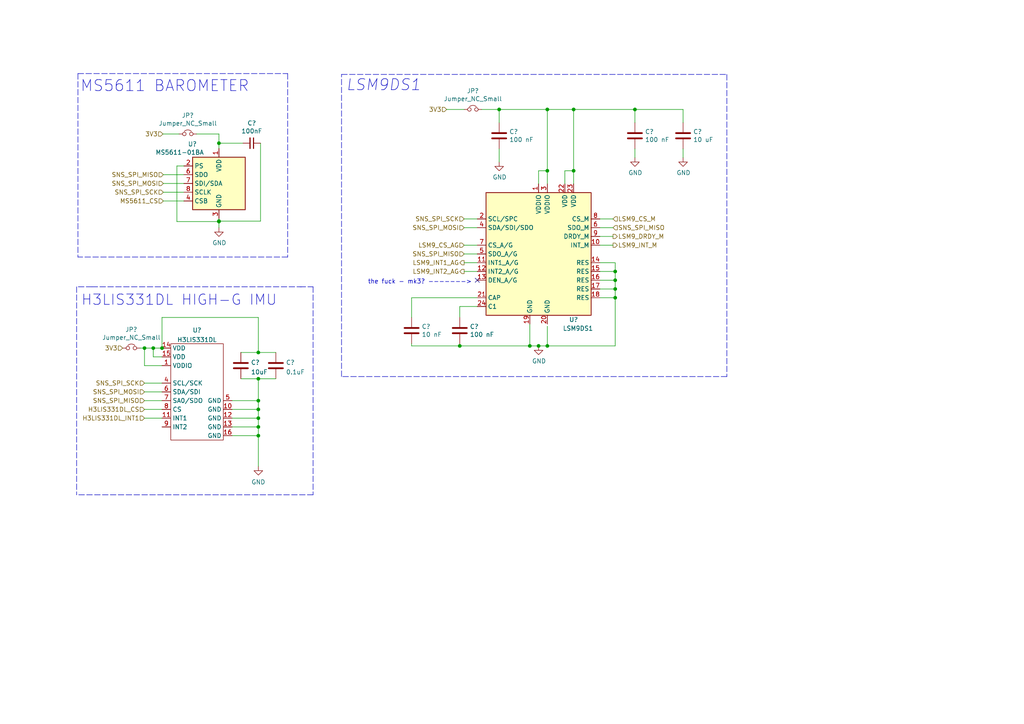
<source format=kicad_sch>
(kicad_sch (version 20211123) (generator eeschema)
  (paper "A4")
  (lib_symbols
    (symbol "Device:C" (pin_numbers hide) (pin_names (offset 0.254))
      (property "Reference" "C" (at 0.635 2.54 0))
      (property "Value" "C" (at 0.635 -2.54 0))
      (symbol "C_0_1"
        (polyline (pts (xy -2.032 -0.762) (xy 2.032 -0.762)) (stroke (width 0.508)))
        (polyline (pts (xy -2.032 0.762) (xy 2.032 0.762)) (stroke (width 0.508)))
      )
      (symbol "C_1_1"
        (pin passive line (at 0 3.81 270) (length 2.794) (name "~") (number "1"))
        (pin passive line (at 0 -3.81 90) (length 2.794) (name "~") (number "2"))
      )
    )
    (symbol "Device:C_Small" (pin_numbers hide) (pin_names (offset 0.254) hide)
      (property "Reference" "C" (at 0.254 1.778 0))
      (property "Value" "C_Small" (at 0.254 -2.032 0))
      (symbol "C_Small_0_1"
        (polyline (pts (xy -1.524 -0.508) (xy 1.524 -0.508)) (stroke (width 0.3302)))
        (polyline (pts (xy -1.524 0.508) (xy 1.524 0.508)) (stroke (width 0.3048)))
      )
      (symbol "C_Small_1_1"
        (pin passive line (at 0 2.54 270) (length 2.032) (name "~") (number "1"))
        (pin passive line (at 0 -2.54 90) (length 2.032) (name "~") (number "2"))
      )
    )
    (symbol "Device:Jumper_NC_Small" (pin_numbers hide) (pin_names (offset 0.762) hide)
      (property "Reference" "JP" (at 0 2.032 0))
      (property "Value" "Device_Jumper_NC_Small" (at 0.254 -1.524 0))
      (symbol "Jumper_NC_Small_0_1"
        (circle (center -1.016 0) (radius 0.508))
        (circle (center 1.016 0) (radius 0.508))
        (arc (start 1.016 0.762) (mid 0 1.1828) (end -1.016 0.762))
        (pin passive line (at -2.54 0 0) (length 1.016) (name "1") (number "1"))
        (pin passive line (at 2.54 0 180) (length 1.016) (name "2") (number "2"))
      )
    )
    (symbol "H3LIS331DL:H3LIS331DL"
      (property "Reference" "U" (at 0 16.51 0))
      (property "Value" "H3LIS331DL" (at 0 -13.97 0))
      (symbol "H3LIS331DL_0_1"
        (rectangle (start -7.62 15.24) (end 7.62 -12.7) (stroke (width 0.1524)))
      )
      (symbol "H3LIS331DL_1_1"
        (pin power_in line (at -10.16 8.89 0) (length 2.54) (name "VDDIO") (number "1"))
        (pin power_out line (at 10.16 -3.81 180) (length 2.54) (name "GND") (number "10"))
        (pin output line (at -10.16 -6.35 0) (length 2.54) (name "INT1") (number "11"))
        (pin power_out line (at 10.16 -6.35 180) (length 2.54) (name "GND") (number "12"))
        (pin power_out line (at 10.16 -8.89 180) (length 2.54) (name "GND") (number "13"))
        (pin power_in line (at -10.16 13.97 0) (length 2.54) (name "VDD") (number "14"))
        (pin power_in line (at -10.16 11.43 0) (length 2.54) (name "VDD") (number "15"))
        (pin power_out line (at 10.16 -11.43 180) (length 2.54) (name "GND") (number "16"))
        (pin input line (at -10.16 3.81 0) (length 2.54) (name "SCL/SCK") (number "4"))
        (pin power_out line (at 10.16 -1.27 180) (length 2.54) (name "GND") (number "5"))
        (pin input line (at -10.16 1.27 0) (length 2.54) (name "SDA/SDI") (number "6"))
        (pin output line (at -10.16 -1.27 0) (length 2.54) (name "SA0/SDO") (number "7"))
        (pin output line (at -10.16 -3.81 0) (length 2.54) (name "CS") (number "8"))
        (pin output line (at -10.16 -8.89 0) (length 2.54) (name "INT2") (number "9"))
      )
    )
    (symbol "Sensor_Motion:LSM9DS1"
      (property "Reference" "U" (at -15.24 21.59 0))
      (property "Value" "LSM9DS1" (at -15.24 19.05 0))
      (symbol "LSM9DS1_0_1"
        (rectangle (start -15.24 17.78) (end 15.24 -17.78) (stroke (width 0.254)) (fill (type background)))
      )
      (symbol "LSM9DS1_1_1"
        (pin power_in line (at 0 20.32 270) (length 2.54) (name "VDDIO") (number "1"))
        (pin output line (at 17.78 2.54 180) (length 2.54) (name "INT_M") (number "10"))
        (pin output line (at -17.78 -2.54 0) (length 2.54) (name "INT1_A/G") (number "11"))
        (pin output line (at -17.78 -5.08 0) (length 2.54) (name "INT2_A/G") (number "12"))
        (pin input line (at -17.78 -7.62 0) (length 2.54) (name "DEN_A/G") (number "13"))
        (pin bidirectional line (at 17.78 -2.54 180) (length 2.54) (name "RES") (number "14"))
        (pin bidirectional line (at 17.78 -5.08 180) (length 2.54) (name "RES") (number "15"))
        (pin bidirectional line (at 17.78 -7.62 180) (length 2.54) (name "RES") (number "16"))
        (pin bidirectional line (at 17.78 -10.16 180) (length 2.54) (name "RES") (number "17"))
        (pin bidirectional line (at 17.78 -12.7 180) (length 2.54) (name "RES") (number "18"))
        (pin power_in line (at -2.54 -20.32 90) (length 2.54) (name "GND") (number "19"))
        (pin input line (at -17.78 10.16 0) (length 2.54) (name "SCL/SPC") (number "2"))
        (pin power_in line (at 2.54 -20.32 90) (length 2.54) (name "GND") (number "20"))
        (pin passive line (at -17.78 -12.7 0) (length 2.54) (name "CAP") (number "21"))
        (pin power_in line (at 7.62 20.32 270) (length 2.54) (name "VDD") (number "22"))
        (pin power_in line (at 10.16 20.32 270) (length 2.54) (name "VDD") (number "23"))
        (pin passive line (at -17.78 -15.24 0) (length 2.54) (name "C1") (number "24"))
        (pin power_in line (at 2.54 20.32 270) (length 2.54) (name "VDDIO") (number "3"))
        (pin bidirectional line (at -17.78 7.62 0) (length 2.54) (name "SDA/SDI/SDO") (number "4"))
        (pin output line (at -17.78 0 0) (length 2.54) (name "SDO_A/G") (number "5"))
        (pin output line (at 17.78 7.62 180) (length 2.54) (name "SDO_M") (number "6"))
        (pin input line (at -17.78 2.54 0) (length 2.54) (name "CS_A/G") (number "7"))
        (pin input line (at 17.78 10.16 180) (length 2.54) (name "CS_M") (number "8"))
        (pin output line (at 17.78 5.08 180) (length 2.54) (name "DRDY_M") (number "9"))
      )
    )
    (symbol "Sensor_Pressure:MS5611-01BA"
      (property "Reference" "U" (at -6.35 8.89 0))
      (property "Value" "MS5611-01BA" (at 7.62 8.89 0))
      (symbol "MS5611-01BA_0_1"
        (rectangle (start -7.62 7.62) (end 7.62 -7.62) (stroke (width 0.254)) (fill (type background)))
      )
      (symbol "MS5611-01BA_1_1"
        (pin power_in line (at 0 10.16 270) (length 2.54) (name "VDD") (number "1"))
        (pin input line (at -10.16 5.08 0) (length 2.54) (name "PS") (number "2"))
        (pin power_in line (at 0 -10.16 90) (length 2.54) (name "GND") (number "3"))
        (pin input line (at -10.16 -5.08 0) (length 2.54) (name "CSB") (number "4"))
        (pin input line (at -10.16 -5.08 0) (length 2.54) hide (name "CSB") (number "5"))
        (pin output line (at -10.16 2.54 0) (length 2.54) (name "SDO") (number "6"))
        (pin bidirectional line (at -10.16 0 0) (length 2.54) (name "SDI/SDA") (number "7"))
        (pin input line (at -10.16 -2.54 0) (length 2.54) (name "SCLK") (number "8"))
      )
    )
    (symbol "power:GND" (power) (pin_names (offset 0))
      (property "Value" "GND" (at 0 -3.81 0))
      (symbol "GND_0_1"
        (polyline (pts (xy 0 0) (xy 0 -1.27) (xy 1.27 -1.27) (xy 0 -2.54) (xy -1.27 -1.27) (xy 0 -1.27)))
      )
      (symbol "GND_1_1"
        (pin power_in line (at 0 0 270) (length 0) hide (name "GND") (number "1"))
      )
    )
  )
  (junction (at 144.78 31.75))
  (junction (at 74.93 121.285))
  (junction (at 153.67 100.33))
  (junction (at 166.37 31.75))
  (junction (at 156.21 100.33))
  (junction (at 74.93 102.235))
  (junction (at 184.15 31.75))
  (junction (at 74.93 118.745))
  (junction (at 178.435 81.28))
  (junction (at 133.35 100.33))
  (junction (at 74.93 126.365))
  (junction (at 158.75 100.33))
  (junction (at 158.75 49.53))
  (junction (at 41.91 100.965))
  (junction (at 178.435 78.74))
  (junction (at 63.5 41.529))
  (junction (at 178.435 86.36))
  (junction (at 44.45 100.965))
  (junction (at 158.75 31.75))
  (junction (at 63.5 64.262))
  (junction (at 74.93 109.855))
  (junction (at 74.93 116.205))
  (junction (at 166.37 49.53))
  (junction (at 46.99 100.965))
  (junction (at 63.5 64.135))
  (junction (at 178.435 83.82))
  (junction (at 74.93 123.825))
  (no_connect (at 138.43 81.28))
  (wire (pts (xy 156.21 49.53) (xy 156.21 53.34)))
  (polyline (pts (xy 83.439 74.549) (xy 22.606 74.549)))
  (wire (pts (xy 166.37 31.75) (xy 184.15 31.75)))
  (wire (pts (xy 53.34 48.133) (xy 51.308 48.133)))
  (wire (pts (xy 184.15 43.18) (xy 184.15 45.72)))
  (wire (pts (xy 74.93 116.205) (xy 74.93 118.745)))
  (wire (pts (xy 134.62 73.66) (xy 138.43 73.66)))
  (wire (pts (xy 41.91 121.285) (xy 46.99 121.285)))
  (wire (pts (xy 177.8 66.04) (xy 173.99 66.04)))
  (wire (pts (xy 166.37 31.75) (xy 166.37 49.53)))
  (wire (pts (xy 67.31 116.205) (xy 74.93 116.205)))
  (wire (pts (xy 67.31 118.745) (xy 74.93 118.745)))
  (wire (pts (xy 53.34 55.753) (xy 47.371 55.753)))
  (wire (pts (xy 41.91 100.965) (xy 44.45 100.965)))
  (wire (pts (xy 51.308 48.133) (xy 51.308 64.262)))
  (polyline (pts (xy 86.995 83.185) (xy 90.805 83.185)))
  (wire (pts (xy 53.34 53.213) (xy 47.371 53.213)))
  (wire (pts (xy 173.99 76.2) (xy 178.435 76.2)))
  (wire (pts (xy 178.435 78.74) (xy 178.435 81.28)))
  (wire (pts (xy 41.91 106.045) (xy 41.91 100.965)))
  (wire (pts (xy 158.75 31.75) (xy 158.75 49.53)))
  (polyline (pts (xy 90.805 143.51) (xy 22.225 143.51)))
  (wire (pts (xy 133.35 100.33) (xy 153.67 100.33)))
  (wire (pts (xy 51.308 64.262) (xy 63.5 64.262)))
  (wire (pts (xy 119.38 100.33) (xy 133.35 100.33)))
  (wire (pts (xy 134.62 78.74) (xy 138.43 78.74)))
  (wire (pts (xy 173.99 81.28) (xy 178.435 81.28)))
  (polyline (pts (xy 26.67 83.185) (xy 87.503 83.185)))
  (wire (pts (xy 173.99 83.82) (xy 178.435 83.82)))
  (wire (pts (xy 173.99 78.74) (xy 178.435 78.74)))
  (wire (pts (xy 144.78 31.75) (xy 158.75 31.75)))
  (wire (pts (xy 51.943 38.862) (xy 47.244 38.862)))
  (wire (pts (xy 134.62 66.04) (xy 138.43 66.04)))
  (wire (pts (xy 41.91 106.045) (xy 46.99 106.045)))
  (wire (pts (xy 119.38 99.695) (xy 119.38 100.33)))
  (wire (pts (xy 138.43 88.9) (xy 133.35 88.9)))
  (wire (pts (xy 41.91 113.665) (xy 46.99 113.665)))
  (wire (pts (xy 144.78 31.75) (xy 144.78 35.56)))
  (wire (pts (xy 74.93 121.285) (xy 74.93 123.825)))
  (wire (pts (xy 63.5 41.529) (xy 63.5 38.862)))
  (wire (pts (xy 63.5 64.135) (xy 63.5 64.262)))
  (wire (pts (xy 69.85 102.235) (xy 74.93 102.235)))
  (wire (pts (xy 119.38 86.36) (xy 119.38 92.075)))
  (wire (pts (xy 178.435 86.36) (xy 178.435 100.33)))
  (wire (pts (xy 63.5 64.262) (xy 63.5 66.04)))
  (wire (pts (xy 44.45 103.505) (xy 44.45 100.965)))
  (polyline (pts (xy 99.06 21.59) (xy 210.82 21.59)))
  (wire (pts (xy 75.565 64.135) (xy 63.5 64.135)))
  (wire (pts (xy 53.34 58.293) (xy 47.371 58.293)))
  (wire (pts (xy 134.62 76.2) (xy 138.43 76.2)))
  (polyline (pts (xy 210.82 21.59) (xy 210.82 109.22)))
  (wire (pts (xy 153.67 93.98) (xy 153.67 100.33)))
  (wire (pts (xy 198.12 43.18) (xy 198.12 45.72)))
  (wire (pts (xy 198.12 31.75) (xy 198.12 35.56)))
  (polyline (pts (xy 26.67 83.185) (xy 22.225 83.185)))
  (wire (pts (xy 63.5 43.053) (xy 63.5 41.529)))
  (wire (pts (xy 129.54 31.75) (xy 134.62 31.75)))
  (wire (pts (xy 74.93 92.075) (xy 74.93 102.235)))
  (wire (pts (xy 41.91 116.205) (xy 46.99 116.205)))
  (wire (pts (xy 41.91 111.125) (xy 46.99 111.125)))
  (wire (pts (xy 178.435 76.2) (xy 178.435 78.74)))
  (wire (pts (xy 134.62 63.5) (xy 138.43 63.5)))
  (wire (pts (xy 184.15 31.75) (xy 198.12 31.75)))
  (wire (pts (xy 178.435 100.33) (xy 158.75 100.33)))
  (wire (pts (xy 158.75 49.53) (xy 156.21 49.53)))
  (wire (pts (xy 53.34 50.673) (xy 47.371 50.673)))
  (polyline (pts (xy 22.606 21.336) (xy 83.439 21.336)))
  (polyline (pts (xy 90.805 83.185) (xy 90.805 143.51)))
  (wire (pts (xy 63.5 38.862) (xy 57.023 38.862)))
  (wire (pts (xy 158.75 49.53) (xy 158.75 53.34)))
  (wire (pts (xy 184.15 31.75) (xy 184.15 35.56)))
  (wire (pts (xy 67.31 121.285) (xy 74.93 121.285)))
  (wire (pts (xy 74.93 109.855) (xy 74.93 116.205)))
  (wire (pts (xy 41.91 118.745) (xy 46.99 118.745)))
  (wire (pts (xy 166.37 49.53) (xy 163.83 49.53)))
  (polyline (pts (xy 83.439 21.336) (xy 83.439 74.549)))
  (wire (pts (xy 138.43 86.36) (xy 119.38 86.36)))
  (wire (pts (xy 67.31 123.825) (xy 74.93 123.825)))
  (wire (pts (xy 63.5 63.373) (xy 63.5 64.135)))
  (wire (pts (xy 74.93 109.855) (xy 80.01 109.855)))
  (polyline (pts (xy 99.06 109.22) (xy 99.06 21.59)))
  (wire (pts (xy 177.8 71.12) (xy 173.99 71.12)))
  (wire (pts (xy 133.35 88.9) (xy 133.35 92.075)))
  (wire (pts (xy 46.99 100.965) (xy 46.99 92.075)))
  (wire (pts (xy 46.99 92.075) (xy 74.93 92.075)))
  (wire (pts (xy 158.75 31.75) (xy 166.37 31.75)))
  (wire (pts (xy 74.93 126.365) (xy 74.93 135.255)))
  (wire (pts (xy 67.31 126.365) (xy 74.93 126.365)))
  (wire (pts (xy 178.435 83.82) (xy 178.435 86.36)))
  (wire (pts (xy 139.7 31.75) (xy 144.78 31.75)))
  (wire (pts (xy 69.85 109.855) (xy 74.93 109.855)))
  (polyline (pts (xy 22.606 21.336) (xy 22.606 74.549)))
  (polyline (pts (xy 22.225 83.185) (xy 22.225 143.51)))
  (wire (pts (xy 74.93 123.825) (xy 74.93 126.365)))
  (wire (pts (xy 144.78 43.18) (xy 144.78 46.99)))
  (wire (pts (xy 178.435 81.28) (xy 178.435 83.82)))
  (wire (pts (xy 163.83 49.53) (xy 163.83 53.34)))
  (wire (pts (xy 40.64 100.965) (xy 41.91 100.965)))
  (wire (pts (xy 166.37 49.53) (xy 166.37 53.34)))
  (wire (pts (xy 177.8 63.5) (xy 173.99 63.5)))
  (wire (pts (xy 158.75 100.33) (xy 156.21 100.33)))
  (wire (pts (xy 158.75 94.615) (xy 158.75 100.33)))
  (polyline (pts (xy 210.82 109.22) (xy 99.06 109.22)))
  (wire (pts (xy 177.8 68.58) (xy 173.99 68.58)))
  (wire (pts (xy 173.99 86.36) (xy 178.435 86.36)))
  (wire (pts (xy 153.67 100.33) (xy 156.21 100.33)))
  (wire (pts (xy 75.565 41.529) (xy 75.565 64.135)))
  (wire (pts (xy 47.117 100.965) (xy 46.99 100.965)))
  (wire (pts (xy 70.485 41.529) (xy 63.5 41.529)))
  (wire (pts (xy 74.93 118.745) (xy 74.93 121.285)))
  (wire (pts (xy 74.93 102.235) (xy 80.01 102.235)))
  (wire (pts (xy 134.62 71.12) (xy 138.43 71.12)))
  (wire (pts (xy 133.35 99.695) (xy 133.35 100.33)))
  (wire (pts (xy 46.99 100.965) (xy 44.45 100.965)))
  (wire (pts (xy 46.99 103.505) (xy 44.45 103.505)))
  (text "H3LIS331DL HIGH-G IMU" (at 23.495 88.9 0) (effects (font (size 3 3)) (justify left bottom)))
  (text "LSM9DS1\n" (at 100.33 26.67 0) (effects (font (size 3.2004 3.2004) italic) (justify left bottom)))
  (text "MS5611 BAROMETER" (at 23.241 26.924 0) (effects (font (size 3.2004 3.2004)) (justify left bottom)))
  (text "the fuck - mk3? ------->\n" (at 106.68 82.55 0) (effects (font (size 1.27 1.27)) (justify left bottom)))
  (hierarchical_label "SNS_SPI_MISO" (shape input) (at 177.8 66.04 0))
  (hierarchical_label "LSM9_CS_M" (shape input) (at 177.8 63.5 0))
  (hierarchical_label "3V3" (shape input) (at 129.54 31.75 180))
  (hierarchical_label "LSM9_CS_AG" (shape input) (at 134.62 71.12 180))
  (hierarchical_label "LSM9_INT1_AG" (shape output) (at 134.62 76.2 180))
  (hierarchical_label "SNS_SPI_SCK" (shape input) (at 41.91 111.125 180))
  (hierarchical_label "H3LIS331DL_INT1" (shape input) (at 41.91 121.285 180))
  (hierarchical_label "LSM9_INT_M" (shape output) (at 177.8 71.12 0))
  (hierarchical_label "H3LIS331DL_CS" (shape input) (at 41.91 118.745 180))
  (hierarchical_label "SNS_SPI_MISO" (shape input) (at 47.371 50.673 180))
  (hierarchical_label "3V3" (shape input) (at 35.56 100.965 180))
  (hierarchical_label "SNS_SPI_MISO" (shape input) (at 134.62 73.66 180))
  (hierarchical_label "SNS_SPI_MISO" (shape input) (at 41.91 116.205 180))
  (hierarchical_label "SNS_SPI_MOSI" (shape input) (at 134.62 66.04 180))
  (hierarchical_label "MS5611_CS" (shape input) (at 47.371 58.293 180))
  (hierarchical_label "SNS_SPI_SCK" (shape input) (at 134.62 63.5 180))
  (hierarchical_label "SNS_SPI_MOSI" (shape input) (at 47.371 53.213 180))
  (hierarchical_label "SNS_SPI_SCK" (shape input) (at 47.371 55.753 180))
  (hierarchical_label "3V3" (shape input) (at 47.244 38.862 180))
  (hierarchical_label "LSM9_INT2_AG" (shape output) (at 134.62 78.74 180))
  (hierarchical_label "SNS_SPI_MOSI" (shape input) (at 41.91 113.665 180))
  (hierarchical_label "LSM9_DRDY_M" (shape output) (at 177.8 68.58 0))
  (symbol (lib_id "power:GND") (at 198.12 45.72 0) (unit 1)
    (property "Reference" "#PWR?" (effects hide))
    (property "Value" "GND" (at 198.247 50.1142 0))
  )
  (symbol (lib_id "Sensor_Pressure:MS5611-01BA") (at 63.5 53.213 0) (unit 1)
    (property "Reference" "U?" (at 54.483 41.783 0) (effects (justify left)))
    (property "Value" "MS5611-01BA" (at 45.085 44.196 0) (effects (justify left)))
    (property "Footprint" "Package_LGA:LGA-8_3x5mm_P1.25mm" (effects hide))
    (property "Datasheet" "https://www.te.com/commerce/DocumentDelivery/DDEController?Action=srchrtrv&DocNm=MS5611-01BA03&DocType=Data+Sheet&DocLang=English" (effects hide))
  )
  (symbol (lib_id "power:GND") (at 144.78 46.99 0) (unit 1)
    (property "Reference" "#PWR?" (effects hide))
    (property "Value" "GND" (at 144.907 51.3842 0))
  )
  (symbol (lib_id "power:GND") (at 74.93 135.255 0) (unit 1)
    (property "Reference" "#PWR?" (effects hide))
    (property "Value" "GND" (at 74.93 139.8175 0))
  )
  (symbol (lib_id "Device:C_Small") (at 73.025 41.529 270) (unit 1)
    (property "Reference" "C?" (at 73.025 35.7124 90))
    (property "Value" "100nF" (at 73.025 38.0238 90))
    (property "Footprint" "Capacitor_SMD:C_0805_2012Metric" (effects hide))
  )
  (symbol (lib_id "Device:C") (at 184.15 39.37 0) (unit 1)
    (property "Reference" "C?" (at 187.071 38.2016 0) (effects (justify left)))
    (property "Value" "100 nF" (at 187.071 40.513 0) (effects (justify left)))
    (property "Footprint" "Capacitor_SMD:C_0805_2012Metric" (effects hide))
  )
  (symbol (lib_id "Device:C") (at 198.12 39.37 0) (unit 1)
    (property "Reference" "C?" (at 201.041 38.2016 0) (effects (justify left)))
    (property "Value" "10 uF" (at 201.041 40.513 0) (effects (justify left)))
    (property "Footprint" "Capacitor_SMD:C_0805_2012Metric" (effects hide))
  )
  (symbol (lib_id "power:GND") (at 184.15 45.72 0) (unit 1)
    (property "Reference" "#PWR?" (effects hide))
    (property "Value" "GND" (at 184.277 50.1142 0))
  )
  (symbol (lib_id "Device:Jumper_NC_Small") (at 54.483 38.862 0) (unit 1)
    (property "Reference" "JP?" (at 54.483 33.4772 0))
    (property "Value" "Jumper_NC_Small" (at 54.483 35.7886 0))
    (property "Footprint" "Jumper:SolderJumper-2_P1.3mm_Bridged_RoundedPad1.0x1.5mm" (effects hide))
  )
  (symbol (lib_id "Device:Jumper_NC_Small") (at 137.16 31.75 0) (unit 1)
    (property "Reference" "JP?" (at 137.16 26.3652 0))
    (property "Value" "Jumper_NC_Small" (at 137.16 28.6766 0))
    (property "Footprint" "Jumper:SolderJumper-2_P1.3mm_Bridged_RoundedPad1.0x1.5mm" (effects hide))
  )
  (symbol (lib_id "Sensor_Motion:LSM9DS1") (at 156.21 73.66 0) (unit 1)
    (property "Reference" "U?" (at 166.37 92.71 0))
    (property "Value" "LSM9DS1" (at 167.64 95.25 0))
    (property "Footprint" "Package_LGA:LGA-24L_3x3.5mm_P0.43mm" (effects hide))
    (property "Datasheet" "http://www.st.com/content/ccc/resource/technical/document/datasheet/1e/3f/2a/d6/25/eb/48/46/DM00103319.pdf/files/DM00103319.pdf/jcr:content/translations/en.DM00103319.pdf" (effects hide))
  )
  (symbol (lib_id "power:GND") (at 156.21 100.33 0) (unit 1)
    (property "Reference" "#PWR?" (effects hide))
    (property "Value" "GND" (at 156.337 104.7242 0))
  )
  (symbol (lib_id "Device:C") (at 144.78 39.37 0) (unit 1)
    (property "Reference" "C?" (at 147.701 38.2016 0) (effects (justify left)))
    (property "Value" "100 nF" (at 147.701 40.513 0) (effects (justify left)))
    (property "Footprint" "Capacitor_SMD:C_0805_2012Metric" (effects hide))
  )
  (symbol (lib_id "Device:Jumper_NC_Small") (at 38.1 100.965 0) (unit 1)
    (property "Reference" "JP?" (at 38.1 95.5802 0))
    (property "Value" "Jumper_NC_Small" (at 38.1 97.8916 0))
    (property "Footprint" "Jumper:SolderJumper-2_P1.3mm_Bridged_RoundedPad1.0x1.5mm" (effects hide))
  )
  (symbol (lib_id "H3LIS331DL:H3LIS331DL") (at 57.15 114.935 0) (unit 1)
    (property "Reference" "U?" (at 57.15 95.7793 0))
    (property "Value" "H3LIS331DL" (at 57.15 98.5544 0))
    (property "Footprint" "Package_LGA:LGA-16_3x3mm_P0.5mm_LayoutBorder3x5y" (effects hide))
  )
  (symbol (lib_id "Device:C") (at 119.38 95.885 0) (unit 1)
    (property "Reference" "C?" (at 122.301 94.7166 0) (effects (justify left)))
    (property "Value" "10 nF" (at 122.301 97.028 0) (effects (justify left)))
    (property "Footprint" "Capacitor_SMD:C_0805_2012Metric" (effects hide))
  )
  (symbol (lib_id "Device:C") (at 69.85 106.045 0) (unit 1)
    (property "Reference" "C?" (at 72.771 105.1365 0) (effects (justify left)))
    (property "Value" "10uF" (at 72.771 107.9116 0) (effects (justify left)))
    (property "Footprint" "Capacitor_SMD:C_0805_2012Metric" (effects hide))
  )
  (symbol (lib_id "power:GND") (at 63.5 66.04 0) (unit 1)
    (property "Reference" "#PWR?" (effects hide))
    (property "Value" "GND" (at 63.627 70.4342 0))
  )
  (symbol (lib_id "Device:C") (at 80.01 106.045 0) (unit 1)
    (property "Reference" "C?" (at 82.931 105.1365 0) (effects (justify left)))
    (property "Value" "0.1uF" (at 82.931 107.9116 0) (effects (justify left)))
    (property "Footprint" "Capacitor_SMD:C_0805_2012Metric" (effects hide))
  )
  (symbol (lib_id "Device:C") (at 133.35 95.885 0) (unit 1)
    (property "Reference" "C?" (at 136.271 94.7166 0) (effects (justify left)))
    (property "Value" "100 nF" (at 136.271 97.028 0) (effects (justify left)))
    (property "Footprint" "Capacitor_SMD:C_0805_2012Metric" (effects hide))
  )
)
</source>
